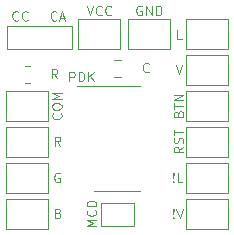
<source format=gbr>
%TF.GenerationSoftware,KiCad,Pcbnew,6.0.6-3a73a75311~116~ubuntu20.04.1*%
%TF.CreationDate,2022-07-03T10:11:38+02:00*%
%TF.ProjectId,MD_Mod,4d445f4d-6f64-42e6-9b69-6361645f7063,rev?*%
%TF.SameCoordinates,Original*%
%TF.FileFunction,Legend,Top*%
%TF.FilePolarity,Positive*%
%FSLAX46Y46*%
G04 Gerber Fmt 4.6, Leading zero omitted, Abs format (unit mm)*
G04 Created by KiCad (PCBNEW 6.0.6-3a73a75311~116~ubuntu20.04.1) date 2022-07-03 10:11:38*
%MOMM*%
%LPD*%
G01*
G04 APERTURE LIST*
%ADD10C,0.100000*%
%ADD11C,0.120000*%
G04 APERTURE END LIST*
D10*
X152888904Y-106610096D02*
X152507952Y-106876762D01*
X152888904Y-107067239D02*
X152088904Y-107067239D01*
X152088904Y-106762477D01*
X152127000Y-106686286D01*
X152165095Y-106648191D01*
X152241285Y-106610096D01*
X152355571Y-106610096D01*
X152431761Y-106648191D01*
X152469857Y-106686286D01*
X152507952Y-106762477D01*
X152507952Y-107067239D01*
X152850809Y-106305334D02*
X152888904Y-106191048D01*
X152888904Y-106000572D01*
X152850809Y-105924381D01*
X152812714Y-105886286D01*
X152736523Y-105848191D01*
X152660333Y-105848191D01*
X152584142Y-105886286D01*
X152546047Y-105924381D01*
X152507952Y-106000572D01*
X152469857Y-106152953D01*
X152431761Y-106229143D01*
X152393666Y-106267239D01*
X152317476Y-106305334D01*
X152241285Y-106305334D01*
X152165095Y-106267239D01*
X152127000Y-106229143D01*
X152088904Y-106152953D01*
X152088904Y-105962477D01*
X152127000Y-105848191D01*
X152088904Y-105619620D02*
X152088904Y-105162477D01*
X152888904Y-105391048D02*
X152088904Y-105391048D01*
X152057142Y-112553714D02*
X152095238Y-112591809D01*
X152057142Y-112629904D01*
X152019047Y-112591809D01*
X152057142Y-112553714D01*
X152057142Y-112629904D01*
X152057142Y-112325142D02*
X152019047Y-111868000D01*
X152057142Y-111829904D01*
X152095238Y-111868000D01*
X152057142Y-112325142D01*
X152057142Y-111829904D01*
X152323809Y-111829904D02*
X152590476Y-112629904D01*
X152857142Y-111829904D01*
X149377476Y-94723000D02*
X149301285Y-94684904D01*
X149187000Y-94684904D01*
X149072714Y-94723000D01*
X148996523Y-94799190D01*
X148958428Y-94875380D01*
X148920333Y-95027761D01*
X148920333Y-95142047D01*
X148958428Y-95294428D01*
X148996523Y-95370619D01*
X149072714Y-95446809D01*
X149187000Y-95484904D01*
X149263190Y-95484904D01*
X149377476Y-95446809D01*
X149415571Y-95408714D01*
X149415571Y-95142047D01*
X149263190Y-95142047D01*
X149758428Y-95484904D02*
X149758428Y-94684904D01*
X150215571Y-95484904D01*
X150215571Y-94684904D01*
X150596523Y-95484904D02*
X150596523Y-94684904D01*
X150787000Y-94684904D01*
X150901285Y-94723000D01*
X150977476Y-94799190D01*
X151015571Y-94875380D01*
X151053666Y-95027761D01*
X151053666Y-95142047D01*
X151015571Y-95294428D01*
X150977476Y-95370619D01*
X150901285Y-95446809D01*
X150787000Y-95484904D01*
X150596523Y-95484904D01*
X144729333Y-94684904D02*
X144996000Y-95484904D01*
X145262666Y-94684904D01*
X145986476Y-95408714D02*
X145948380Y-95446809D01*
X145834095Y-95484904D01*
X145757904Y-95484904D01*
X145643619Y-95446809D01*
X145567428Y-95370619D01*
X145529333Y-95294428D01*
X145491238Y-95142047D01*
X145491238Y-95027761D01*
X145529333Y-94875380D01*
X145567428Y-94799190D01*
X145643619Y-94723000D01*
X145757904Y-94684904D01*
X145834095Y-94684904D01*
X145948380Y-94723000D01*
X145986476Y-94761095D01*
X146786476Y-95408714D02*
X146748380Y-95446809D01*
X146634095Y-95484904D01*
X146557904Y-95484904D01*
X146443619Y-95446809D01*
X146367428Y-95370619D01*
X146329333Y-95294428D01*
X146291238Y-95142047D01*
X146291238Y-95027761D01*
X146329333Y-94875380D01*
X146367428Y-94799190D01*
X146443619Y-94723000D01*
X146557904Y-94684904D01*
X146634095Y-94684904D01*
X146748380Y-94723000D01*
X146786476Y-94761095D01*
X152469857Y-103790667D02*
X152507952Y-103676381D01*
X152546047Y-103638286D01*
X152622238Y-103600191D01*
X152736523Y-103600191D01*
X152812714Y-103638286D01*
X152850809Y-103676381D01*
X152888904Y-103752572D01*
X152888904Y-104057334D01*
X152088904Y-104057334D01*
X152088904Y-103790667D01*
X152127000Y-103714477D01*
X152165095Y-103676381D01*
X152241285Y-103638286D01*
X152317476Y-103638286D01*
X152393666Y-103676381D01*
X152431761Y-103714477D01*
X152469857Y-103790667D01*
X152469857Y-104057334D01*
X152088904Y-103371620D02*
X152088904Y-102914477D01*
X152888904Y-103143048D02*
X152088904Y-103143048D01*
X152888904Y-102647810D02*
X152088904Y-102647810D01*
X152888904Y-102190667D01*
X152088904Y-102190667D01*
X142170161Y-95840514D02*
X142132066Y-95878609D01*
X142017780Y-95916704D01*
X141941590Y-95916704D01*
X141827304Y-95878609D01*
X141751114Y-95802419D01*
X141713019Y-95726228D01*
X141674923Y-95573847D01*
X141674923Y-95459561D01*
X141713019Y-95307180D01*
X141751114Y-95230990D01*
X141827304Y-95154800D01*
X141941590Y-95116704D01*
X142017780Y-95116704D01*
X142132066Y-95154800D01*
X142170161Y-95192895D01*
X142474923Y-95688133D02*
X142855876Y-95688133D01*
X142398733Y-95916704D02*
X142665400Y-95116704D01*
X142932066Y-95916704D01*
X138938019Y-95840514D02*
X138899923Y-95878609D01*
X138785638Y-95916704D01*
X138709447Y-95916704D01*
X138595161Y-95878609D01*
X138518971Y-95802419D01*
X138480876Y-95726228D01*
X138442780Y-95573847D01*
X138442780Y-95459561D01*
X138480876Y-95307180D01*
X138518971Y-95230990D01*
X138595161Y-95154800D01*
X138709447Y-95116704D01*
X138785638Y-95116704D01*
X138899923Y-95154800D01*
X138938019Y-95192895D01*
X139738019Y-95840514D02*
X139699923Y-95878609D01*
X139585638Y-95916704D01*
X139509447Y-95916704D01*
X139395161Y-95878609D01*
X139318971Y-95802419D01*
X139280876Y-95726228D01*
X139242780Y-95573847D01*
X139242780Y-95459561D01*
X139280876Y-95307180D01*
X139318971Y-95230990D01*
X139395161Y-95154800D01*
X139509447Y-95116704D01*
X139585638Y-95116704D01*
X139699923Y-95154800D01*
X139738019Y-95192895D01*
X152774619Y-97516904D02*
X152393666Y-97516904D01*
X152393666Y-96716904D01*
X149980619Y-100234714D02*
X149942523Y-100272809D01*
X149828238Y-100310904D01*
X149752047Y-100310904D01*
X149637761Y-100272809D01*
X149561571Y-100196619D01*
X149523476Y-100120428D01*
X149485380Y-99968047D01*
X149485380Y-99853761D01*
X149523476Y-99701380D01*
X149561571Y-99625190D01*
X149637761Y-99549000D01*
X149752047Y-99510904D01*
X149828238Y-99510904D01*
X149942523Y-99549000D01*
X149980619Y-99587095D01*
X142449523Y-108820000D02*
X142373333Y-108781904D01*
X142259047Y-108781904D01*
X142144761Y-108820000D01*
X142068571Y-108896190D01*
X142030476Y-108972380D01*
X141992380Y-109124761D01*
X141992380Y-109239047D01*
X142030476Y-109391428D01*
X142068571Y-109467619D01*
X142144761Y-109543809D01*
X142259047Y-109581904D01*
X142335238Y-109581904D01*
X142449523Y-109543809D01*
X142487619Y-109505714D01*
X142487619Y-109239047D01*
X142335238Y-109239047D01*
X152260333Y-99637904D02*
X152527000Y-100437904D01*
X152793666Y-99637904D01*
X142525714Y-103752571D02*
X142563809Y-103790666D01*
X142601904Y-103904952D01*
X142601904Y-103981142D01*
X142563809Y-104095428D01*
X142487619Y-104171619D01*
X142411428Y-104209714D01*
X142259047Y-104247809D01*
X142144761Y-104247809D01*
X141992380Y-104209714D01*
X141916190Y-104171619D01*
X141840000Y-104095428D01*
X141801904Y-103981142D01*
X141801904Y-103904952D01*
X141840000Y-103790666D01*
X141878095Y-103752571D01*
X141801904Y-103257333D02*
X141801904Y-103104952D01*
X141840000Y-103028761D01*
X141916190Y-102952571D01*
X142068571Y-102914476D01*
X142335238Y-102914476D01*
X142487619Y-102952571D01*
X142563809Y-103028761D01*
X142601904Y-103104952D01*
X142601904Y-103257333D01*
X142563809Y-103333523D01*
X142487619Y-103409714D01*
X142335238Y-103447809D01*
X142068571Y-103447809D01*
X141916190Y-103409714D01*
X141840000Y-103333523D01*
X141801904Y-103257333D01*
X142601904Y-102571619D02*
X141801904Y-102571619D01*
X142373333Y-102304952D01*
X141801904Y-102038285D01*
X142601904Y-102038285D01*
X143262476Y-101072904D02*
X143262476Y-100272904D01*
X143567238Y-100272904D01*
X143643428Y-100311000D01*
X143681523Y-100349095D01*
X143719619Y-100425285D01*
X143719619Y-100539571D01*
X143681523Y-100615761D01*
X143643428Y-100653857D01*
X143567238Y-100691952D01*
X143262476Y-100691952D01*
X144062476Y-101072904D02*
X144062476Y-100272904D01*
X144252952Y-100272904D01*
X144367238Y-100311000D01*
X144443428Y-100387190D01*
X144481523Y-100463380D01*
X144519619Y-100615761D01*
X144519619Y-100730047D01*
X144481523Y-100882428D01*
X144443428Y-100958619D01*
X144367238Y-101034809D01*
X144252952Y-101072904D01*
X144062476Y-101072904D01*
X144862476Y-101072904D02*
X144862476Y-100272904D01*
X145319619Y-101072904D02*
X144976761Y-100615761D01*
X145319619Y-100272904D02*
X144862476Y-100730047D01*
X142297142Y-112210857D02*
X142411428Y-112248952D01*
X142449523Y-112287047D01*
X142487619Y-112363238D01*
X142487619Y-112477523D01*
X142449523Y-112553714D01*
X142411428Y-112591809D01*
X142335238Y-112629904D01*
X142030476Y-112629904D01*
X142030476Y-111829904D01*
X142297142Y-111829904D01*
X142373333Y-111868000D01*
X142411428Y-111906095D01*
X142449523Y-111982285D01*
X142449523Y-112058476D01*
X142411428Y-112134666D01*
X142373333Y-112172761D01*
X142297142Y-112210857D01*
X142030476Y-112210857D01*
X142233619Y-100818904D02*
X141966952Y-100437952D01*
X141776476Y-100818904D02*
X141776476Y-100018904D01*
X142081238Y-100018904D01*
X142157428Y-100057000D01*
X142195523Y-100095095D01*
X142233619Y-100171285D01*
X142233619Y-100285571D01*
X142195523Y-100361761D01*
X142157428Y-100399857D01*
X142081238Y-100437952D01*
X141776476Y-100437952D01*
X152076190Y-109505714D02*
X152114285Y-109543809D01*
X152076190Y-109581904D01*
X152038095Y-109543809D01*
X152076190Y-109505714D01*
X152076190Y-109581904D01*
X152076190Y-109277142D02*
X152038095Y-108820000D01*
X152076190Y-108781904D01*
X152114285Y-108820000D01*
X152076190Y-109277142D01*
X152076190Y-108781904D01*
X152838095Y-109581904D02*
X152457142Y-109581904D01*
X152457142Y-108781904D01*
X145522904Y-113334666D02*
X144722904Y-113334666D01*
X145294333Y-113068000D01*
X144722904Y-112801333D01*
X145522904Y-112801333D01*
X145446714Y-111963238D02*
X145484809Y-112001333D01*
X145522904Y-112115619D01*
X145522904Y-112191809D01*
X145484809Y-112306095D01*
X145408619Y-112382285D01*
X145332428Y-112420380D01*
X145180047Y-112458476D01*
X145065761Y-112458476D01*
X144913380Y-112420380D01*
X144837190Y-112382285D01*
X144761000Y-112306095D01*
X144722904Y-112191809D01*
X144722904Y-112115619D01*
X144761000Y-112001333D01*
X144799095Y-111963238D01*
X145522904Y-111620380D02*
X144722904Y-111620380D01*
X144722904Y-111429904D01*
X144761000Y-111315619D01*
X144837190Y-111239428D01*
X144913380Y-111201333D01*
X145065761Y-111163238D01*
X145180047Y-111163238D01*
X145332428Y-111201333D01*
X145408619Y-111239428D01*
X145484809Y-111315619D01*
X145522904Y-111429904D01*
X145522904Y-111620380D01*
X142487619Y-106533904D02*
X142220952Y-106152952D01*
X142030476Y-106533904D02*
X142030476Y-105733904D01*
X142335238Y-105733904D01*
X142411428Y-105772000D01*
X142449523Y-105810095D01*
X142487619Y-105886285D01*
X142487619Y-106000571D01*
X142449523Y-106076761D01*
X142411428Y-106114857D01*
X142335238Y-106152952D01*
X142030476Y-106152952D01*
D11*
%TO.C,J11*%
X153162000Y-113538000D02*
X153162000Y-110998000D01*
X156718000Y-113538000D02*
X153162000Y-113538000D01*
X156718000Y-110998000D02*
X156718000Y-113538000D01*
X153162000Y-110998000D02*
X156718000Y-110998000D01*
%TO.C,J10*%
X153162000Y-110490000D02*
X153162000Y-107950000D01*
X153162000Y-107950000D02*
X156718000Y-107950000D01*
X156718000Y-110490000D02*
X153162000Y-110490000D01*
X156718000Y-107950000D02*
X156718000Y-110490000D01*
%TO.C,J12*%
X137922000Y-104394000D02*
X137922000Y-101854000D01*
X137922000Y-101854000D02*
X141478000Y-101854000D01*
X141478000Y-104394000D02*
X137922000Y-104394000D01*
X141478000Y-101854000D02*
X141478000Y-104394000D01*
%TO.C,J1*%
X147574000Y-95758000D02*
X147574000Y-98298000D01*
X144018000Y-95758000D02*
X147574000Y-95758000D01*
X147574000Y-98298000D02*
X144018000Y-98298000D01*
X144018000Y-98298000D02*
X144018000Y-95758000D01*
%TO.C,J5*%
X141478000Y-104902000D02*
X141478000Y-107442000D01*
X141478000Y-107442000D02*
X137922000Y-107442000D01*
X137922000Y-104902000D02*
X141478000Y-104902000D01*
X137922000Y-107442000D02*
X137922000Y-104902000D01*
%TO.C,JP2*%
X143466000Y-96383600D02*
X143466000Y-98333600D01*
X143466000Y-98333600D02*
X137966000Y-98333600D01*
X137966000Y-98333600D02*
X137966000Y-96383600D01*
X137966000Y-96383600D02*
X143466000Y-96383600D01*
%TO.C,J7*%
X156718000Y-104902000D02*
X156718000Y-107442000D01*
X153162000Y-104902000D02*
X156718000Y-104902000D01*
X156718000Y-107442000D02*
X153162000Y-107442000D01*
X153162000Y-107442000D02*
X153162000Y-104902000D01*
%TO.C,R1*%
X139472936Y-99722000D02*
X139927064Y-99722000D01*
X139472936Y-101192000D02*
X139927064Y-101192000D01*
%TO.C,JP1*%
X148720000Y-113323000D02*
X145920000Y-113323000D01*
X148720000Y-111323000D02*
X148720000Y-113323000D01*
X145920000Y-111323000D02*
X148720000Y-111323000D01*
X145920000Y-113323000D02*
X145920000Y-111323000D01*
%TO.C,J2*%
X148209000Y-98298000D02*
X148209000Y-95758000D01*
X151765000Y-95758000D02*
X151765000Y-98298000D01*
X151765000Y-98298000D02*
X148209000Y-98298000D01*
X148209000Y-95758000D02*
X151765000Y-95758000D01*
%TO.C,U1*%
X147320000Y-110353000D02*
X145370000Y-110353000D01*
X147320000Y-110353000D02*
X149270000Y-110353000D01*
X147320000Y-101483000D02*
X149270000Y-101483000D01*
X147320000Y-101483000D02*
X143870000Y-101483000D01*
%TO.C,J8*%
X156718000Y-98298000D02*
X153162000Y-98298000D01*
X156718000Y-95758000D02*
X156718000Y-98298000D01*
X153162000Y-98298000D02*
X153162000Y-95758000D01*
X153162000Y-95758000D02*
X156718000Y-95758000D01*
%TO.C,J4*%
X137922000Y-107950000D02*
X141478000Y-107950000D01*
X137922000Y-110490000D02*
X137922000Y-107950000D01*
X141478000Y-110490000D02*
X137922000Y-110490000D01*
X141478000Y-107950000D02*
X141478000Y-110490000D01*
%TO.C,J3*%
X137922000Y-113538000D02*
X137922000Y-110998000D01*
X137922000Y-110998000D02*
X141478000Y-110998000D01*
X141478000Y-110998000D02*
X141478000Y-113538000D01*
X141478000Y-113538000D02*
X137922000Y-113538000D01*
%TO.C,J9*%
X156718000Y-101346000D02*
X153162000Y-101346000D01*
X156718000Y-98806000D02*
X156718000Y-101346000D01*
X153162000Y-98806000D02*
X156718000Y-98806000D01*
X153162000Y-101346000D02*
X153162000Y-98806000D01*
%TO.C,J6*%
X156718000Y-104394000D02*
X153162000Y-104394000D01*
X153162000Y-101854000D02*
X156718000Y-101854000D01*
X153162000Y-104394000D02*
X153162000Y-101854000D01*
X156718000Y-101854000D02*
X156718000Y-104394000D01*
%TO.C,C1*%
X147069498Y-100684000D02*
X147592002Y-100684000D01*
X147069498Y-99214000D02*
X147592002Y-99214000D01*
%TD*%
M02*

</source>
